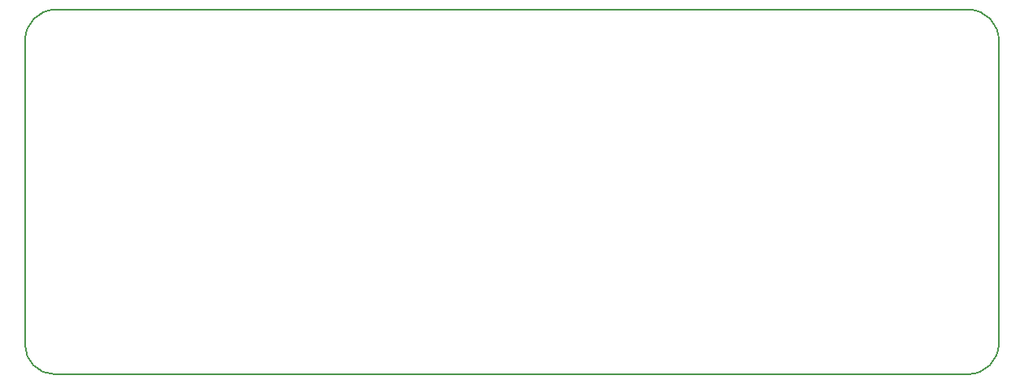
<source format=gm1>
G04 #@! TF.FileFunction,Profile,NP*
%FSLAX46Y46*%
G04 Gerber Fmt 4.6, Leading zero omitted, Abs format (unit mm)*
G04 Created by KiCad (PCBNEW 4.0.6) date 08/03/17 16:45:26*
%MOMM*%
%LPD*%
G01*
G04 APERTURE LIST*
%ADD10C,0.100000*%
%ADD11C,0.150000*%
G04 APERTURE END LIST*
D10*
D11*
X199390000Y-117348000D02*
G75*
G03X202565000Y-114173000I0J3175000D01*
G01*
X202562463Y-82549899D02*
G75*
G03X199390000Y-79248000I-3172463J126899D01*
G01*
X104140000Y-79248000D02*
G75*
G03X100965000Y-82423000I0J-3175000D01*
G01*
X100965000Y-114300000D02*
G75*
G03X104013000Y-117348000I3048000J0D01*
G01*
X100965000Y-82423000D02*
X100965000Y-114300000D01*
X199390000Y-79248000D02*
X104140000Y-79248000D01*
X202565000Y-114173000D02*
X202565000Y-82550000D01*
X104013000Y-117348000D02*
X199390000Y-117348000D01*
M02*

</source>
